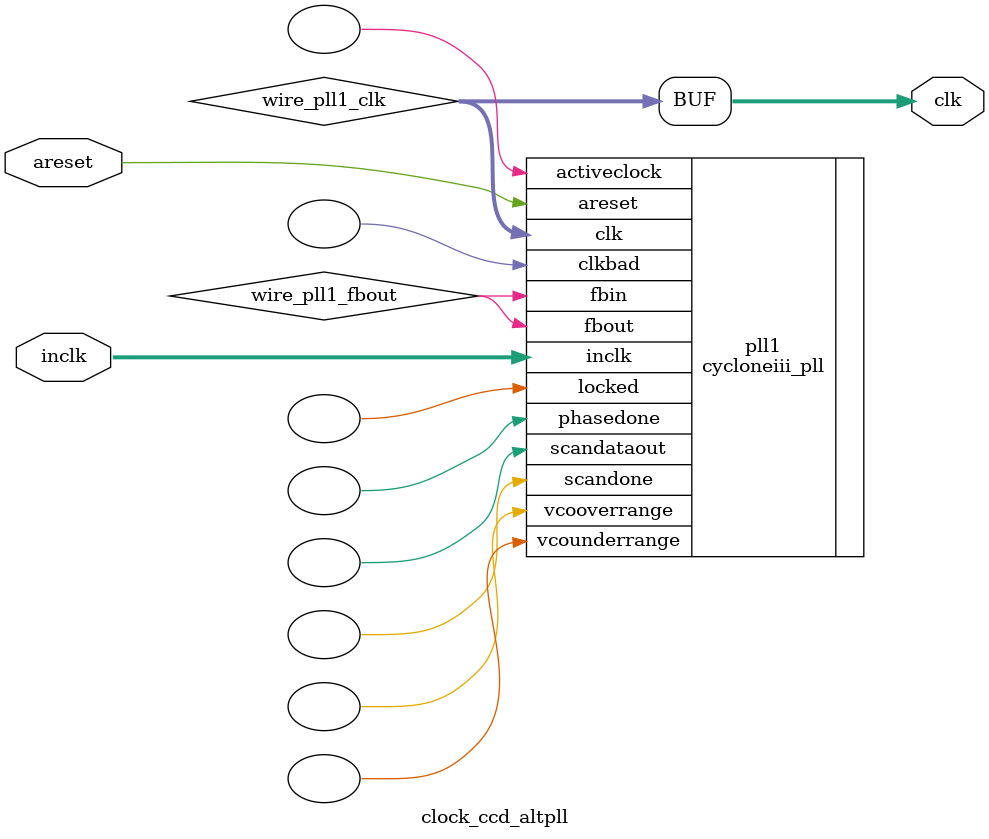
<source format=v>






//synthesis_resources = cycloneiii_pll 1 
//synopsys translate_off
`timescale 1 ps / 1 ps
//synopsys translate_on
module  clock_ccd_altpll
	( 
	areset,
	clk,
	inclk) /* synthesis synthesis_clearbox=1 */;
	input   areset;
	output   [4:0]  clk;
	input   [1:0]  inclk;
`ifndef ALTERA_RESERVED_QIS
// synopsys translate_off
`endif
	tri0   areset;
	tri0   [1:0]  inclk;
`ifndef ALTERA_RESERVED_QIS
// synopsys translate_on
`endif

	wire  [4:0]   wire_pll1_clk;
	wire  wire_pll1_fbout;

	cycloneiii_pll   pll1
	( 
	.activeclock(),
	.areset(areset),
	.clk(wire_pll1_clk),
	.clkbad(),
	.fbin(wire_pll1_fbout),
	.fbout(wire_pll1_fbout),
	.inclk(inclk),
	.locked(),
	.phasedone(),
	.scandataout(),
	.scandone(),
	.vcooverrange(),
	.vcounderrange()
	`ifndef FORMAL_VERIFICATION
	// synopsys translate_off
	`endif
	,
	.clkswitch(1'b0),
	.configupdate(1'b0),
	.pfdena(1'b1),
	.phasecounterselect({3{1'b0}}),
	.phasestep(1'b0),
	.phaseupdown(1'b0),
	.scanclk(1'b0),
	.scanclkena(1'b1),
	.scandata(1'b0)
	`ifndef FORMAL_VERIFICATION
	// synopsys translate_on
	`endif
	);
	defparam
		pll1.bandwidth_type = "auto",
		pll1.clk0_divide_by = 25,
		pll1.clk0_duty_cycle = 50,
		pll1.clk0_multiply_by = 1,
		pll1.clk0_phase_shift = "0",
		pll1.clk1_divide_by = 100,
		pll1.clk1_duty_cycle = 50,
		pll1.clk1_multiply_by = 1,
		pll1.clk1_phase_shift = "0",
		pll1.clk2_divide_by = 100,
		pll1.clk2_duty_cycle = 50,
		pll1.clk2_multiply_by = 1,
		pll1.clk2_phase_shift = "0",
		pll1.compensate_clock = "clk0",
		pll1.inclk0_input_frequency = 20000,
		pll1.operation_mode = "normal",
		pll1.pll_type = "auto",
		pll1.lpm_type = "cycloneiii_pll";
	assign
		clk = {wire_pll1_clk[4:0]};
endmodule //clock_ccd_altpll
//VALID FILE

</source>
